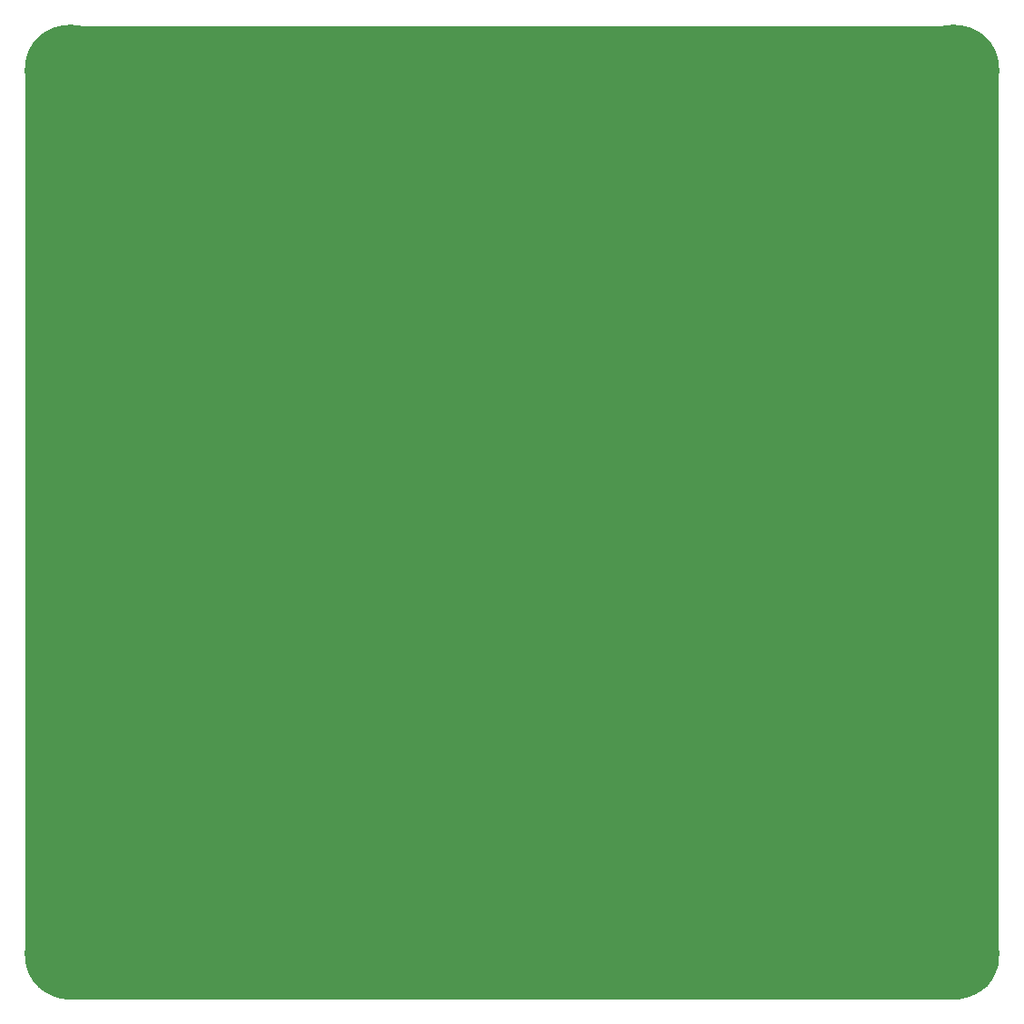
<source format=gtl>
G04 #@! TF.GenerationSoftware,KiCad,Pcbnew,(5.1.4)-1*
G04 #@! TF.CreationDate,2020-12-31T01:33:54+09:00*
G04 #@! TF.ProjectId,fan-vent-blocker,66616e2d-7665-46e7-942d-626c6f636b65,rev?*
G04 #@! TF.SameCoordinates,Original*
G04 #@! TF.FileFunction,Copper,L1,Top*
G04 #@! TF.FilePolarity,Positive*
%FSLAX46Y46*%
G04 Gerber Fmt 4.6, Leading zero omitted, Abs format (unit mm)*
G04 Created by KiCad (PCBNEW (5.1.4)-1) date 2020-12-31 01:33:54*
%MOMM*%
%LPD*%
G04 APERTURE LIST*
%ADD10C,0.900000*%
%ADD11C,8.600000*%
%ADD12C,0.254000*%
G04 APERTURE END LIST*
D10*
X-38969581Y-38969581D03*
X-41250000Y-38025000D03*
X-43530419Y-38969581D03*
X-44475000Y-41250000D03*
X-43530419Y-43530419D03*
X-41250000Y-44475000D03*
X-38969581Y-43530419D03*
X-38025000Y-41250000D03*
D11*
X-41250000Y-41250000D03*
D10*
X43530419Y43530419D03*
X41250000Y44475000D03*
X38969581Y43530419D03*
X38025000Y41250000D03*
X38969581Y38969581D03*
X41250000Y38025000D03*
X43530419Y38969581D03*
X44475000Y41250000D03*
D11*
X41250000Y41250000D03*
D10*
X43530419Y-38969581D03*
X41250000Y-38025000D03*
X38969581Y-38969581D03*
X38025000Y-41250000D03*
X38969581Y-43530419D03*
X41250000Y-44475000D03*
X43530419Y-43530419D03*
X44475000Y-41250000D03*
D11*
X41250000Y-41250000D03*
D10*
X-38969581Y43530419D03*
X-41250000Y44475000D03*
X-43530419Y43530419D03*
X-44475000Y41250000D03*
X-43530419Y38969581D03*
X-41250000Y38025000D03*
X-38969581Y38969581D03*
X-38025000Y41250000D03*
D11*
X-41250000Y41250000D03*
D12*
G36*
X42225555Y45267779D02*
G01*
X42924940Y45062602D01*
X43572904Y44728880D01*
X44146074Y44278647D01*
X44623762Y43728161D01*
X44988742Y43097270D01*
X45227836Y42408752D01*
X45335790Y41664210D01*
X45340000Y41491937D01*
X45340001Y-41468581D01*
X45267779Y-42225555D01*
X45062602Y-42924940D01*
X44728878Y-43572906D01*
X44278650Y-44146072D01*
X43728159Y-44623763D01*
X43097270Y-44988741D01*
X42408752Y-45227836D01*
X41664210Y-45335790D01*
X41491937Y-45340000D01*
X-41468591Y-45340000D01*
X-42225555Y-45267779D01*
X-42924940Y-45062602D01*
X-43572906Y-44728878D01*
X-44146072Y-44278650D01*
X-44623763Y-43728159D01*
X-44988741Y-43097270D01*
X-45227836Y-42408752D01*
X-45335790Y-41664210D01*
X-45340000Y-41491937D01*
X-45340000Y41468591D01*
X-45267779Y42225555D01*
X-45062602Y42924940D01*
X-44728880Y43572904D01*
X-44278647Y44146074D01*
X-43728161Y44623762D01*
X-43097270Y44988742D01*
X-42408752Y45227836D01*
X-41664210Y45335790D01*
X-41491937Y45340000D01*
X41468591Y45340000D01*
X42225555Y45267779D01*
X42225555Y45267779D01*
G37*
X42225555Y45267779D02*
X42924940Y45062602D01*
X43572904Y44728880D01*
X44146074Y44278647D01*
X44623762Y43728161D01*
X44988742Y43097270D01*
X45227836Y42408752D01*
X45335790Y41664210D01*
X45340000Y41491937D01*
X45340001Y-41468581D01*
X45267779Y-42225555D01*
X45062602Y-42924940D01*
X44728878Y-43572906D01*
X44278650Y-44146072D01*
X43728159Y-44623763D01*
X43097270Y-44988741D01*
X42408752Y-45227836D01*
X41664210Y-45335790D01*
X41491937Y-45340000D01*
X-41468591Y-45340000D01*
X-42225555Y-45267779D01*
X-42924940Y-45062602D01*
X-43572906Y-44728878D01*
X-44146072Y-44278650D01*
X-44623763Y-43728159D01*
X-44988741Y-43097270D01*
X-45227836Y-42408752D01*
X-45335790Y-41664210D01*
X-45340000Y-41491937D01*
X-45340000Y41468591D01*
X-45267779Y42225555D01*
X-45062602Y42924940D01*
X-44728880Y43572904D01*
X-44278647Y44146074D01*
X-43728161Y44623762D01*
X-43097270Y44988742D01*
X-42408752Y45227836D01*
X-41664210Y45335790D01*
X-41491937Y45340000D01*
X41468591Y45340000D01*
X42225555Y45267779D01*
M02*

</source>
